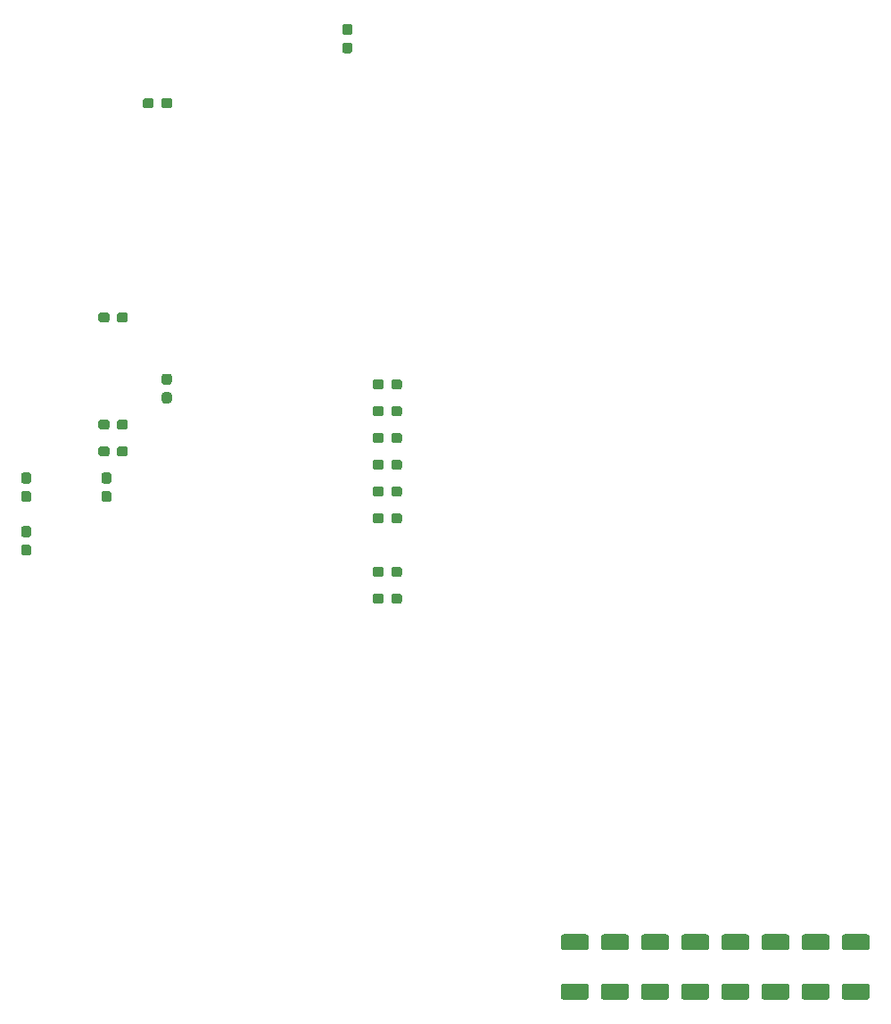
<source format=gtp>
G04 #@! TF.GenerationSoftware,KiCad,Pcbnew,(5.1.6)-1*
G04 #@! TF.CreationDate,2023-04-05T00:01:16+09:00*
G04 #@! TF.ProjectId,SubPCB,53756250-4342-42e6-9b69-6361645f7063,rev?*
G04 #@! TF.SameCoordinates,Original*
G04 #@! TF.FileFunction,Paste,Top*
G04 #@! TF.FilePolarity,Positive*
%FSLAX46Y46*%
G04 Gerber Fmt 4.6, Leading zero omitted, Abs format (unit mm)*
G04 Created by KiCad (PCBNEW (5.1.6)-1) date 2023-04-05 00:01:16*
%MOMM*%
%LPD*%
G01*
G04 APERTURE LIST*
G04 APERTURE END LIST*
G36*
G01*
X20557500Y-33700000D02*
X20082500Y-33700000D01*
G75*
G02*
X19845000Y-33462500I0J237500D01*
G01*
X19845000Y-32887500D01*
G75*
G02*
X20082500Y-32650000I237500J0D01*
G01*
X20557500Y-32650000D01*
G75*
G02*
X20795000Y-32887500I0J-237500D01*
G01*
X20795000Y-33462500D01*
G75*
G02*
X20557500Y-33700000I-237500J0D01*
G01*
G37*
G36*
G01*
X20557500Y-35450000D02*
X20082500Y-35450000D01*
G75*
G02*
X19845000Y-35212500I0J237500D01*
G01*
X19845000Y-34637500D01*
G75*
G02*
X20082500Y-34400000I237500J0D01*
G01*
X20557500Y-34400000D01*
G75*
G02*
X20795000Y-34637500I0J-237500D01*
G01*
X20795000Y-35212500D01*
G75*
G02*
X20557500Y-35450000I-237500J0D01*
G01*
G37*
G36*
G01*
X19795000Y-7222500D02*
X19795000Y-6747500D01*
G75*
G02*
X20032500Y-6510000I237500J0D01*
G01*
X20607500Y-6510000D01*
G75*
G02*
X20845000Y-6747500I0J-237500D01*
G01*
X20845000Y-7222500D01*
G75*
G02*
X20607500Y-7460000I-237500J0D01*
G01*
X20032500Y-7460000D01*
G75*
G02*
X19795000Y-7222500I0J237500D01*
G01*
G37*
G36*
G01*
X18045000Y-7222500D02*
X18045000Y-6747500D01*
G75*
G02*
X18282500Y-6510000I237500J0D01*
G01*
X18857500Y-6510000D01*
G75*
G02*
X19095000Y-6747500I0J-237500D01*
G01*
X19095000Y-7222500D01*
G75*
G02*
X18857500Y-7460000I-237500J0D01*
G01*
X18282500Y-7460000D01*
G75*
G02*
X18045000Y-7222500I0J237500D01*
G01*
G37*
G36*
G01*
X37702500Y-525000D02*
X37227500Y-525000D01*
G75*
G02*
X36990000Y-287500I0J237500D01*
G01*
X36990000Y287500D01*
G75*
G02*
X37227500Y525000I237500J0D01*
G01*
X37702500Y525000D01*
G75*
G02*
X37940000Y287500I0J-237500D01*
G01*
X37940000Y-287500D01*
G75*
G02*
X37702500Y-525000I-237500J0D01*
G01*
G37*
G36*
G01*
X37702500Y-2275000D02*
X37227500Y-2275000D01*
G75*
G02*
X36990000Y-2037500I0J237500D01*
G01*
X36990000Y-1462500D01*
G75*
G02*
X37227500Y-1225000I237500J0D01*
G01*
X37702500Y-1225000D01*
G75*
G02*
X37940000Y-1462500I0J-237500D01*
G01*
X37940000Y-2037500D01*
G75*
G02*
X37702500Y-2275000I-237500J0D01*
G01*
G37*
G36*
G01*
X60130001Y-87325000D02*
X57979999Y-87325000D01*
G75*
G02*
X57730000Y-87075001I0J249999D01*
G01*
X57730000Y-86049999D01*
G75*
G02*
X57979999Y-85800000I249999J0D01*
G01*
X60130001Y-85800000D01*
G75*
G02*
X60380000Y-86049999I0J-249999D01*
G01*
X60380000Y-87075001D01*
G75*
G02*
X60130001Y-87325000I-249999J0D01*
G01*
G37*
G36*
G01*
X60130001Y-92000000D02*
X57979999Y-92000000D01*
G75*
G02*
X57730000Y-91750001I0J249999D01*
G01*
X57730000Y-90724999D01*
G75*
G02*
X57979999Y-90475000I249999J0D01*
G01*
X60130001Y-90475000D01*
G75*
G02*
X60380000Y-90724999I0J-249999D01*
G01*
X60380000Y-91750001D01*
G75*
G02*
X60130001Y-92000000I-249999J0D01*
G01*
G37*
G36*
G01*
X63940001Y-87325000D02*
X61789999Y-87325000D01*
G75*
G02*
X61540000Y-87075001I0J249999D01*
G01*
X61540000Y-86049999D01*
G75*
G02*
X61789999Y-85800000I249999J0D01*
G01*
X63940001Y-85800000D01*
G75*
G02*
X64190000Y-86049999I0J-249999D01*
G01*
X64190000Y-87075001D01*
G75*
G02*
X63940001Y-87325000I-249999J0D01*
G01*
G37*
G36*
G01*
X63940001Y-92000000D02*
X61789999Y-92000000D01*
G75*
G02*
X61540000Y-91750001I0J249999D01*
G01*
X61540000Y-90724999D01*
G75*
G02*
X61789999Y-90475000I249999J0D01*
G01*
X63940001Y-90475000D01*
G75*
G02*
X64190000Y-90724999I0J-249999D01*
G01*
X64190000Y-91750001D01*
G75*
G02*
X63940001Y-92000000I-249999J0D01*
G01*
G37*
G36*
G01*
X67750001Y-87325000D02*
X65599999Y-87325000D01*
G75*
G02*
X65350000Y-87075001I0J249999D01*
G01*
X65350000Y-86049999D01*
G75*
G02*
X65599999Y-85800000I249999J0D01*
G01*
X67750001Y-85800000D01*
G75*
G02*
X68000000Y-86049999I0J-249999D01*
G01*
X68000000Y-87075001D01*
G75*
G02*
X67750001Y-87325000I-249999J0D01*
G01*
G37*
G36*
G01*
X67750001Y-92000000D02*
X65599999Y-92000000D01*
G75*
G02*
X65350000Y-91750001I0J249999D01*
G01*
X65350000Y-90724999D01*
G75*
G02*
X65599999Y-90475000I249999J0D01*
G01*
X67750001Y-90475000D01*
G75*
G02*
X68000000Y-90724999I0J-249999D01*
G01*
X68000000Y-91750001D01*
G75*
G02*
X67750001Y-92000000I-249999J0D01*
G01*
G37*
G36*
G01*
X71560001Y-87325000D02*
X69409999Y-87325000D01*
G75*
G02*
X69160000Y-87075001I0J249999D01*
G01*
X69160000Y-86049999D01*
G75*
G02*
X69409999Y-85800000I249999J0D01*
G01*
X71560001Y-85800000D01*
G75*
G02*
X71810000Y-86049999I0J-249999D01*
G01*
X71810000Y-87075001D01*
G75*
G02*
X71560001Y-87325000I-249999J0D01*
G01*
G37*
G36*
G01*
X71560001Y-92000000D02*
X69409999Y-92000000D01*
G75*
G02*
X69160000Y-91750001I0J249999D01*
G01*
X69160000Y-90724999D01*
G75*
G02*
X69409999Y-90475000I249999J0D01*
G01*
X71560001Y-90475000D01*
G75*
G02*
X71810000Y-90724999I0J-249999D01*
G01*
X71810000Y-91750001D01*
G75*
G02*
X71560001Y-92000000I-249999J0D01*
G01*
G37*
G36*
G01*
X75370001Y-87325000D02*
X73219999Y-87325000D01*
G75*
G02*
X72970000Y-87075001I0J249999D01*
G01*
X72970000Y-86049999D01*
G75*
G02*
X73219999Y-85800000I249999J0D01*
G01*
X75370001Y-85800000D01*
G75*
G02*
X75620000Y-86049999I0J-249999D01*
G01*
X75620000Y-87075001D01*
G75*
G02*
X75370001Y-87325000I-249999J0D01*
G01*
G37*
G36*
G01*
X75370001Y-92000000D02*
X73219999Y-92000000D01*
G75*
G02*
X72970000Y-91750001I0J249999D01*
G01*
X72970000Y-90724999D01*
G75*
G02*
X73219999Y-90475000I249999J0D01*
G01*
X75370001Y-90475000D01*
G75*
G02*
X75620000Y-90724999I0J-249999D01*
G01*
X75620000Y-91750001D01*
G75*
G02*
X75370001Y-92000000I-249999J0D01*
G01*
G37*
G36*
G01*
X79180001Y-87325000D02*
X77029999Y-87325000D01*
G75*
G02*
X76780000Y-87075001I0J249999D01*
G01*
X76780000Y-86049999D01*
G75*
G02*
X77029999Y-85800000I249999J0D01*
G01*
X79180001Y-85800000D01*
G75*
G02*
X79430000Y-86049999I0J-249999D01*
G01*
X79430000Y-87075001D01*
G75*
G02*
X79180001Y-87325000I-249999J0D01*
G01*
G37*
G36*
G01*
X79180001Y-92000000D02*
X77029999Y-92000000D01*
G75*
G02*
X76780000Y-91750001I0J249999D01*
G01*
X76780000Y-90724999D01*
G75*
G02*
X77029999Y-90475000I249999J0D01*
G01*
X79180001Y-90475000D01*
G75*
G02*
X79430000Y-90724999I0J-249999D01*
G01*
X79430000Y-91750001D01*
G75*
G02*
X79180001Y-92000000I-249999J0D01*
G01*
G37*
G36*
G01*
X82990001Y-87325000D02*
X80839999Y-87325000D01*
G75*
G02*
X80590000Y-87075001I0J249999D01*
G01*
X80590000Y-86049999D01*
G75*
G02*
X80839999Y-85800000I249999J0D01*
G01*
X82990001Y-85800000D01*
G75*
G02*
X83240000Y-86049999I0J-249999D01*
G01*
X83240000Y-87075001D01*
G75*
G02*
X82990001Y-87325000I-249999J0D01*
G01*
G37*
G36*
G01*
X82990001Y-92000000D02*
X80839999Y-92000000D01*
G75*
G02*
X80590000Y-91750001I0J249999D01*
G01*
X80590000Y-90724999D01*
G75*
G02*
X80839999Y-90475000I249999J0D01*
G01*
X82990001Y-90475000D01*
G75*
G02*
X83240000Y-90724999I0J-249999D01*
G01*
X83240000Y-91750001D01*
G75*
G02*
X82990001Y-92000000I-249999J0D01*
G01*
G37*
G36*
G01*
X86800001Y-87325000D02*
X84649999Y-87325000D01*
G75*
G02*
X84400000Y-87075001I0J249999D01*
G01*
X84400000Y-86049999D01*
G75*
G02*
X84649999Y-85800000I249999J0D01*
G01*
X86800001Y-85800000D01*
G75*
G02*
X87050000Y-86049999I0J-249999D01*
G01*
X87050000Y-87075001D01*
G75*
G02*
X86800001Y-87325000I-249999J0D01*
G01*
G37*
G36*
G01*
X86800001Y-92000000D02*
X84649999Y-92000000D01*
G75*
G02*
X84400000Y-91750001I0J249999D01*
G01*
X84400000Y-90724999D01*
G75*
G02*
X84649999Y-90475000I249999J0D01*
G01*
X86800001Y-90475000D01*
G75*
G02*
X87050000Y-90724999I0J-249999D01*
G01*
X87050000Y-91750001D01*
G75*
G02*
X86800001Y-92000000I-249999J0D01*
G01*
G37*
G36*
G01*
X40925000Y-53737500D02*
X40925000Y-54212500D01*
G75*
G02*
X40687500Y-54450000I-237500J0D01*
G01*
X40112500Y-54450000D01*
G75*
G02*
X39875000Y-54212500I0J237500D01*
G01*
X39875000Y-53737500D01*
G75*
G02*
X40112500Y-53500000I237500J0D01*
G01*
X40687500Y-53500000D01*
G75*
G02*
X40925000Y-53737500I0J-237500D01*
G01*
G37*
G36*
G01*
X42675000Y-53737500D02*
X42675000Y-54212500D01*
G75*
G02*
X42437500Y-54450000I-237500J0D01*
G01*
X41862500Y-54450000D01*
G75*
G02*
X41625000Y-54212500I0J237500D01*
G01*
X41625000Y-53737500D01*
G75*
G02*
X41862500Y-53500000I237500J0D01*
G01*
X42437500Y-53500000D01*
G75*
G02*
X42675000Y-53737500I0J-237500D01*
G01*
G37*
G36*
G01*
X40925000Y-51197500D02*
X40925000Y-51672500D01*
G75*
G02*
X40687500Y-51910000I-237500J0D01*
G01*
X40112500Y-51910000D01*
G75*
G02*
X39875000Y-51672500I0J237500D01*
G01*
X39875000Y-51197500D01*
G75*
G02*
X40112500Y-50960000I237500J0D01*
G01*
X40687500Y-50960000D01*
G75*
G02*
X40925000Y-51197500I0J-237500D01*
G01*
G37*
G36*
G01*
X42675000Y-51197500D02*
X42675000Y-51672500D01*
G75*
G02*
X42437500Y-51910000I-237500J0D01*
G01*
X41862500Y-51910000D01*
G75*
G02*
X41625000Y-51672500I0J237500D01*
G01*
X41625000Y-51197500D01*
G75*
G02*
X41862500Y-50960000I237500J0D01*
G01*
X42437500Y-50960000D01*
G75*
G02*
X42675000Y-51197500I0J-237500D01*
G01*
G37*
G36*
G01*
X40925000Y-46117500D02*
X40925000Y-46592500D01*
G75*
G02*
X40687500Y-46830000I-237500J0D01*
G01*
X40112500Y-46830000D01*
G75*
G02*
X39875000Y-46592500I0J237500D01*
G01*
X39875000Y-46117500D01*
G75*
G02*
X40112500Y-45880000I237500J0D01*
G01*
X40687500Y-45880000D01*
G75*
G02*
X40925000Y-46117500I0J-237500D01*
G01*
G37*
G36*
G01*
X42675000Y-46117500D02*
X42675000Y-46592500D01*
G75*
G02*
X42437500Y-46830000I-237500J0D01*
G01*
X41862500Y-46830000D01*
G75*
G02*
X41625000Y-46592500I0J237500D01*
G01*
X41625000Y-46117500D01*
G75*
G02*
X41862500Y-45880000I237500J0D01*
G01*
X42437500Y-45880000D01*
G75*
G02*
X42675000Y-46117500I0J-237500D01*
G01*
G37*
G36*
G01*
X40925000Y-43577500D02*
X40925000Y-44052500D01*
G75*
G02*
X40687500Y-44290000I-237500J0D01*
G01*
X40112500Y-44290000D01*
G75*
G02*
X39875000Y-44052500I0J237500D01*
G01*
X39875000Y-43577500D01*
G75*
G02*
X40112500Y-43340000I237500J0D01*
G01*
X40687500Y-43340000D01*
G75*
G02*
X40925000Y-43577500I0J-237500D01*
G01*
G37*
G36*
G01*
X42675000Y-43577500D02*
X42675000Y-44052500D01*
G75*
G02*
X42437500Y-44290000I-237500J0D01*
G01*
X41862500Y-44290000D01*
G75*
G02*
X41625000Y-44052500I0J237500D01*
G01*
X41625000Y-43577500D01*
G75*
G02*
X41862500Y-43340000I237500J0D01*
G01*
X42437500Y-43340000D01*
G75*
G02*
X42675000Y-43577500I0J-237500D01*
G01*
G37*
G36*
G01*
X40925000Y-41037500D02*
X40925000Y-41512500D01*
G75*
G02*
X40687500Y-41750000I-237500J0D01*
G01*
X40112500Y-41750000D01*
G75*
G02*
X39875000Y-41512500I0J237500D01*
G01*
X39875000Y-41037500D01*
G75*
G02*
X40112500Y-40800000I237500J0D01*
G01*
X40687500Y-40800000D01*
G75*
G02*
X40925000Y-41037500I0J-237500D01*
G01*
G37*
G36*
G01*
X42675000Y-41037500D02*
X42675000Y-41512500D01*
G75*
G02*
X42437500Y-41750000I-237500J0D01*
G01*
X41862500Y-41750000D01*
G75*
G02*
X41625000Y-41512500I0J237500D01*
G01*
X41625000Y-41037500D01*
G75*
G02*
X41862500Y-40800000I237500J0D01*
G01*
X42437500Y-40800000D01*
G75*
G02*
X42675000Y-41037500I0J-237500D01*
G01*
G37*
G36*
G01*
X40925000Y-38497500D02*
X40925000Y-38972500D01*
G75*
G02*
X40687500Y-39210000I-237500J0D01*
G01*
X40112500Y-39210000D01*
G75*
G02*
X39875000Y-38972500I0J237500D01*
G01*
X39875000Y-38497500D01*
G75*
G02*
X40112500Y-38260000I237500J0D01*
G01*
X40687500Y-38260000D01*
G75*
G02*
X40925000Y-38497500I0J-237500D01*
G01*
G37*
G36*
G01*
X42675000Y-38497500D02*
X42675000Y-38972500D01*
G75*
G02*
X42437500Y-39210000I-237500J0D01*
G01*
X41862500Y-39210000D01*
G75*
G02*
X41625000Y-38972500I0J237500D01*
G01*
X41625000Y-38497500D01*
G75*
G02*
X41862500Y-38260000I237500J0D01*
G01*
X42437500Y-38260000D01*
G75*
G02*
X42675000Y-38497500I0J-237500D01*
G01*
G37*
G36*
G01*
X40925000Y-35957500D02*
X40925000Y-36432500D01*
G75*
G02*
X40687500Y-36670000I-237500J0D01*
G01*
X40112500Y-36670000D01*
G75*
G02*
X39875000Y-36432500I0J237500D01*
G01*
X39875000Y-35957500D01*
G75*
G02*
X40112500Y-35720000I237500J0D01*
G01*
X40687500Y-35720000D01*
G75*
G02*
X40925000Y-35957500I0J-237500D01*
G01*
G37*
G36*
G01*
X42675000Y-35957500D02*
X42675000Y-36432500D01*
G75*
G02*
X42437500Y-36670000I-237500J0D01*
G01*
X41862500Y-36670000D01*
G75*
G02*
X41625000Y-36432500I0J237500D01*
G01*
X41625000Y-35957500D01*
G75*
G02*
X41862500Y-35720000I237500J0D01*
G01*
X42437500Y-35720000D01*
G75*
G02*
X42675000Y-35957500I0J-237500D01*
G01*
G37*
G36*
G01*
X40925000Y-33417500D02*
X40925000Y-33892500D01*
G75*
G02*
X40687500Y-34130000I-237500J0D01*
G01*
X40112500Y-34130000D01*
G75*
G02*
X39875000Y-33892500I0J237500D01*
G01*
X39875000Y-33417500D01*
G75*
G02*
X40112500Y-33180000I237500J0D01*
G01*
X40687500Y-33180000D01*
G75*
G02*
X40925000Y-33417500I0J-237500D01*
G01*
G37*
G36*
G01*
X42675000Y-33417500D02*
X42675000Y-33892500D01*
G75*
G02*
X42437500Y-34130000I-237500J0D01*
G01*
X41862500Y-34130000D01*
G75*
G02*
X41625000Y-33892500I0J237500D01*
G01*
X41625000Y-33417500D01*
G75*
G02*
X41862500Y-33180000I237500J0D01*
G01*
X42437500Y-33180000D01*
G75*
G02*
X42675000Y-33417500I0J-237500D01*
G01*
G37*
G36*
G01*
X7222500Y-43070000D02*
X6747500Y-43070000D01*
G75*
G02*
X6510000Y-42832500I0J237500D01*
G01*
X6510000Y-42257500D01*
G75*
G02*
X6747500Y-42020000I237500J0D01*
G01*
X7222500Y-42020000D01*
G75*
G02*
X7460000Y-42257500I0J-237500D01*
G01*
X7460000Y-42832500D01*
G75*
G02*
X7222500Y-43070000I-237500J0D01*
G01*
G37*
G36*
G01*
X7222500Y-44820000D02*
X6747500Y-44820000D01*
G75*
G02*
X6510000Y-44582500I0J237500D01*
G01*
X6510000Y-44007500D01*
G75*
G02*
X6747500Y-43770000I237500J0D01*
G01*
X7222500Y-43770000D01*
G75*
G02*
X7460000Y-44007500I0J-237500D01*
G01*
X7460000Y-44582500D01*
G75*
G02*
X7222500Y-44820000I-237500J0D01*
G01*
G37*
G36*
G01*
X7222500Y-48150000D02*
X6747500Y-48150000D01*
G75*
G02*
X6510000Y-47912500I0J237500D01*
G01*
X6510000Y-47337500D01*
G75*
G02*
X6747500Y-47100000I237500J0D01*
G01*
X7222500Y-47100000D01*
G75*
G02*
X7460000Y-47337500I0J-237500D01*
G01*
X7460000Y-47912500D01*
G75*
G02*
X7222500Y-48150000I-237500J0D01*
G01*
G37*
G36*
G01*
X7222500Y-49900000D02*
X6747500Y-49900000D01*
G75*
G02*
X6510000Y-49662500I0J237500D01*
G01*
X6510000Y-49087500D01*
G75*
G02*
X6747500Y-48850000I237500J0D01*
G01*
X7222500Y-48850000D01*
G75*
G02*
X7460000Y-49087500I0J-237500D01*
G01*
X7460000Y-49662500D01*
G75*
G02*
X7222500Y-49900000I-237500J0D01*
G01*
G37*
G36*
G01*
X14842500Y-43070000D02*
X14367500Y-43070000D01*
G75*
G02*
X14130000Y-42832500I0J237500D01*
G01*
X14130000Y-42257500D01*
G75*
G02*
X14367500Y-42020000I237500J0D01*
G01*
X14842500Y-42020000D01*
G75*
G02*
X15080000Y-42257500I0J-237500D01*
G01*
X15080000Y-42832500D01*
G75*
G02*
X14842500Y-43070000I-237500J0D01*
G01*
G37*
G36*
G01*
X14842500Y-44820000D02*
X14367500Y-44820000D01*
G75*
G02*
X14130000Y-44582500I0J237500D01*
G01*
X14130000Y-44007500D01*
G75*
G02*
X14367500Y-43770000I237500J0D01*
G01*
X14842500Y-43770000D01*
G75*
G02*
X15080000Y-44007500I0J-237500D01*
G01*
X15080000Y-44582500D01*
G75*
G02*
X14842500Y-44820000I-237500J0D01*
G01*
G37*
G36*
G01*
X14890000Y-39767500D02*
X14890000Y-40242500D01*
G75*
G02*
X14652500Y-40480000I-237500J0D01*
G01*
X14077500Y-40480000D01*
G75*
G02*
X13840000Y-40242500I0J237500D01*
G01*
X13840000Y-39767500D01*
G75*
G02*
X14077500Y-39530000I237500J0D01*
G01*
X14652500Y-39530000D01*
G75*
G02*
X14890000Y-39767500I0J-237500D01*
G01*
G37*
G36*
G01*
X16640000Y-39767500D02*
X16640000Y-40242500D01*
G75*
G02*
X16402500Y-40480000I-237500J0D01*
G01*
X15827500Y-40480000D01*
G75*
G02*
X15590000Y-40242500I0J237500D01*
G01*
X15590000Y-39767500D01*
G75*
G02*
X15827500Y-39530000I237500J0D01*
G01*
X16402500Y-39530000D01*
G75*
G02*
X16640000Y-39767500I0J-237500D01*
G01*
G37*
G36*
G01*
X14890000Y-37227500D02*
X14890000Y-37702500D01*
G75*
G02*
X14652500Y-37940000I-237500J0D01*
G01*
X14077500Y-37940000D01*
G75*
G02*
X13840000Y-37702500I0J237500D01*
G01*
X13840000Y-37227500D01*
G75*
G02*
X14077500Y-36990000I237500J0D01*
G01*
X14652500Y-36990000D01*
G75*
G02*
X14890000Y-37227500I0J-237500D01*
G01*
G37*
G36*
G01*
X16640000Y-37227500D02*
X16640000Y-37702500D01*
G75*
G02*
X16402500Y-37940000I-237500J0D01*
G01*
X15827500Y-37940000D01*
G75*
G02*
X15590000Y-37702500I0J237500D01*
G01*
X15590000Y-37227500D01*
G75*
G02*
X15827500Y-36990000I237500J0D01*
G01*
X16402500Y-36990000D01*
G75*
G02*
X16640000Y-37227500I0J-237500D01*
G01*
G37*
G36*
G01*
X16640000Y-27067500D02*
X16640000Y-27542500D01*
G75*
G02*
X16402500Y-27780000I-237500J0D01*
G01*
X15827500Y-27780000D01*
G75*
G02*
X15590000Y-27542500I0J237500D01*
G01*
X15590000Y-27067500D01*
G75*
G02*
X15827500Y-26830000I237500J0D01*
G01*
X16402500Y-26830000D01*
G75*
G02*
X16640000Y-27067500I0J-237500D01*
G01*
G37*
G36*
G01*
X14890000Y-27067500D02*
X14890000Y-27542500D01*
G75*
G02*
X14652500Y-27780000I-237500J0D01*
G01*
X14077500Y-27780000D01*
G75*
G02*
X13840000Y-27542500I0J237500D01*
G01*
X13840000Y-27067500D01*
G75*
G02*
X14077500Y-26830000I237500J0D01*
G01*
X14652500Y-26830000D01*
G75*
G02*
X14890000Y-27067500I0J-237500D01*
G01*
G37*
M02*

</source>
